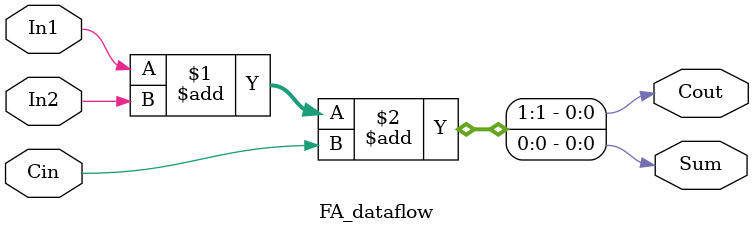
<source format=v>
`timescale 1ns / 1ps

module FA_dataflow (Cout, Sum,In1,In2,Cin);
 input In1,In2;
 input Cin;
 output Cout;
 output Sum;
 assign {Cout,Sum}=In1+In2+Cin;
endmodule

</source>
